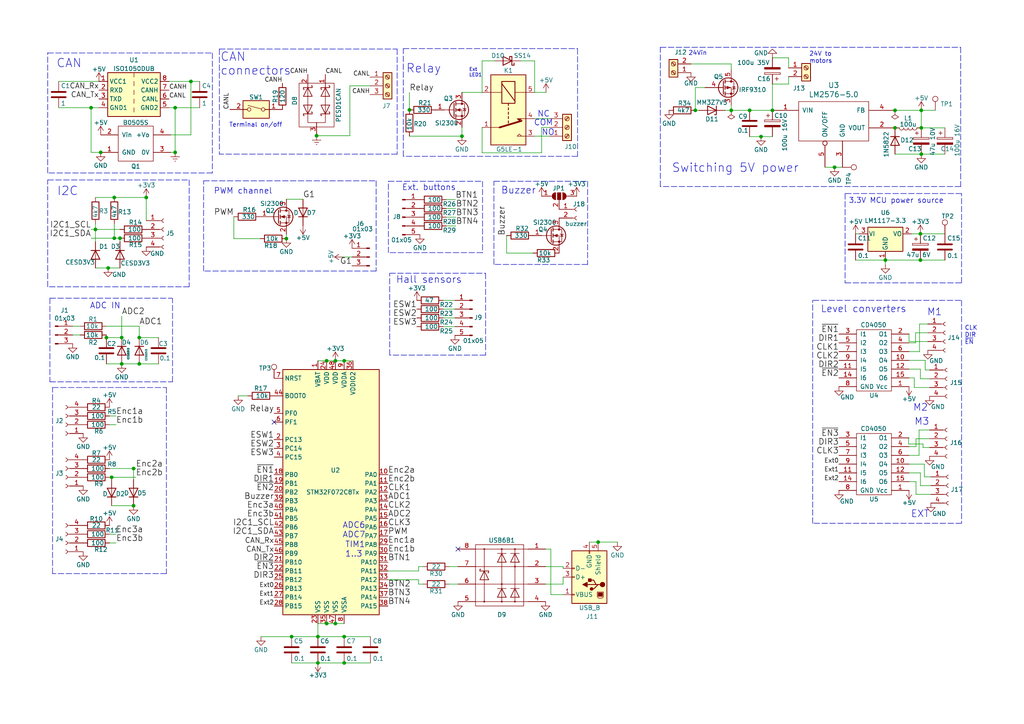
<source format=kicad_sch>
(kicad_sch (version 20231120) (generator "eeschema") (generator_version "8.0")
  (paper "A4")
  (title_block (title "STM32F0x2 based USB<>CAN converter (isolated)") (company "SAO RAS"))
  (junction (at 35.306 97.917))
  (junction (at 266.954 67.818))
  (junction (at 266.954 75.438))
  (junction (at 84.582 184.658))
  (junction (at 99.822 192.278))
  (junction (at 26.416 31.242))
  (junction (at 267.208 37.084))
  (junction (at 38.735 135.89))
  (junction (at 256.794 75.438))
  (junction (at 217.424 32.004))
  (junction (at 33.147 69.088))
  (junction (at 29.21 44.196))
  (junction (at 50.8 31.242))
  (junction (at 91.821 39.37))
  (junction (at 50.8 44.196))
  (junction (at 34.798 69.088))
  (junction (at 31.369 77.724))
  (junction (at 42.418 57.277))
  (junction (at 97.282 104.648))
  (junction (at 99.822 104.648))
  (junction (at 94.742 104.648))
  (junction (at 83.058 69.215))
  (junction (at 173.482 157.226))
  (junction (at 94.742 180.848))
  (junction (at 97.282 180.848))
  (junction (at 242.062 48.514))
  (junction (at 118.745 31.877))
  (junction (at 30.861 97.917))
  (junction (at 267.208 44.704))
  (junction (at 259.588 37.084))
  (junction (at 99.822 184.658))
  (junction (at 92.202 184.658))
  (junction (at 38.735 146.685))
  (junction (at 133.985 39.497))
  (junction (at 201.676 32.004))
  (junction (at 27.686 66.548))
  (junction (at 40.386 105.537))
  (junction (at 92.202 192.278))
  (junction (at 212.09 32.004))
  (junction (at 35.306 105.537))
  (junction (at 267.208 32.004))
  (junction (at 55.372 23.622))
  (junction (at 40.386 97.917))
  (junction (at 32.385 138.43))
  (junction (at 33.147 57.277))
  (junction (at 259.588 32.004))
  (junction (at 220.726 39.624))
  (junction (at 224.028 32.004))
  (no_connect (at 132.842 159.258))
  (no_connect (at 324.104 199.009))
  (no_connect (at 79.502 122.428))
  (no_connect (at 323.85 180.848))
  (no_connect (at 323.85 187.198))
  (no_connect (at 324.104 192.659))
  (wire (pts (xy 265.176 109.601) (xy 265.176 112.395)))
  (wire (pts (xy 224.155 32.004) (xy 224.028 32.004)))
  (wire (pts (xy 30.861 97.155) (xy 30.861 97.917)))
  (wire (pts (xy 31.75 138.43) (xy 32.385 138.43)))
  (wire (pts (xy 267.208 32.004) (xy 259.588 32.004)))
  (polyline (pts (xy 278.892 87.122) (xy 278.892 151.765)) (stroke (width 0) (type dash)))
  (wire (pts (xy 83.058 69.215) (xy 83.058 67.945)))
  (wire (pts (xy 39.37 135.89) (xy 38.735 135.89)))
  (wire (pts (xy 128.524 92.202) (xy 131.953 92.202)))
  (wire (pts (xy 157.099 44.323) (xy 139.827 44.323)))
  (wire (pts (xy 129.413 57.912) (xy 132.08 57.912)))
  (wire (pts (xy 49.53 39.116) (xy 55.372 39.116)))
  (wire (pts (xy 263.652 132.08) (xy 266.573 132.08)))
  (wire (pts (xy 266.954 140.843) (xy 270.002 140.843)))
  (wire (pts (xy 33.655 123.19) (xy 31.75 123.19)))
  (wire (pts (xy 263.652 99.441) (xy 265.557 99.441)))
  (polyline (pts (xy 140.843 79.248) (xy 140.843 102.997)) (stroke (width 0) (type dash)))
  (wire (pts (xy 92.202 184.658) (xy 99.822 184.658)))
  (wire (pts (xy 269.113 99.06) (xy 263.652 99.06)))
  (wire (pts (xy 40.386 97.917) (xy 40.386 94.615)))
  (wire (pts (xy 267.208 44.704) (xy 259.588 44.704)))
  (wire (pts (xy 267.716 128.778) (xy 263.525 128.778)))
  (wire (pts (xy 224.028 32.004) (xy 224.028 24.384)))
  (polyline (pts (xy 13.843 50.165) (xy 13.843 15.24)) (stroke (width 0) (type dash)))
  (polyline (pts (xy 170.434 52.578) (xy 170.434 76.708)) (stroke (width 0) (type dash)))
  (wire (pts (xy 101.473 24.892) (xy 101.473 39.37)))
  (polyline (pts (xy 48.26 166.37) (xy 15.24 166.37)) (stroke (width 0) (type dash)))
  (wire (pts (xy 274.066 67.818) (xy 266.954 67.818)))
  (wire (pts (xy 266.7 93.98) (xy 269.113 93.98)))
  (wire (pts (xy 264.414 67.818) (xy 266.954 67.818)))
  (wire (pts (xy 35.306 97.917) (xy 30.861 97.917)))
  (wire (pts (xy 263.652 101.981) (xy 266.7 101.981)))
  (wire (pts (xy 263.652 129.54) (xy 265.684 129.54)))
  (wire (pts (xy 242.062 48.514) (xy 239.268 48.514)))
  (wire (pts (xy 132.842 169.418) (xy 130.302 169.418)))
  (wire (pts (xy 129.413 62.992) (xy 132.207 62.992)))
  (polyline (pts (xy 59.055 52.451) (xy 109.093 52.451)) (stroke (width 0) (type dash)))
  (wire (pts (xy 17.018 31.242) (xy 26.416 31.242)))
  (polyline (pts (xy 167.513 14.097) (xy 167.513 45.339)) (stroke (width 0) (type dash)))
  (wire (pts (xy 49.022 31.242) (xy 50.8 31.242)))
  (polyline (pts (xy 109.093 52.451) (xy 109.093 78.613)) (stroke (width 0) (type dash)))
  (wire (pts (xy 33.655 154.94) (xy 31.75 154.94)))
  (wire (pts (xy 42.418 57.277) (xy 42.418 64.008)))
  (wire (pts (xy 212.09 18.542) (xy 212.09 20.32)))
  (wire (pts (xy 265.557 96.52) (xy 269.113 96.52)))
  (wire (pts (xy 97.282 104.648) (xy 99.822 104.648)))
  (wire (pts (xy 67.818 62.865) (xy 67.818 69.215)))
  (polyline (pts (xy 112.649 73.279) (xy 112.649 52.578)) (stroke (width 0) (type dash)))
  (wire (pts (xy 163.322 172.466) (xy 159.766 172.466)))
  (wire (pts (xy 121.412 169.418) (xy 121.412 168.148)))
  (wire (pts (xy 274.066 75.438) (xy 266.954 75.438)))
  (wire (pts (xy 27.686 57.277) (xy 33.147 57.277)))
  (polyline (pts (xy 235.839 87.122) (xy 278.892 87.122)) (stroke (width 0) (type dash)))
  (wire (pts (xy 97.282 180.848) (xy 99.822 180.848)))
  (wire (pts (xy 55.372 23.622) (xy 57.912 23.622)))
  (polyline (pts (xy 15.24 112.395) (xy 48.26 112.395)) (stroke (width 0) (type dash)))
  (wire (pts (xy 17.018 23.622) (xy 28.702 23.622)))
  (wire (pts (xy 92.202 184.658) (xy 92.202 180.848)))
  (wire (pts (xy 263.652 107.061) (xy 266.954 107.061)))
  (wire (pts (xy 67.818 69.215) (xy 75.438 69.215)))
  (wire (pts (xy 220.726 39.624) (xy 224.028 39.624)))
  (polyline (pts (xy 13.843 83.185) (xy 13.843 52.197)) (stroke (width 0) (type dash)))
  (wire (pts (xy 212.09 32.004) (xy 212.09 30.48)))
  (wire (pts (xy 112.522 165.608) (xy 121.412 165.608)))
  (wire (pts (xy 224.028 16.764) (xy 228.727 16.764)))
  (wire (pts (xy 266.573 132.08) (xy 266.573 124.714)))
  (wire (pts (xy 266.7 101.981) (xy 266.7 93.98)))
  (wire (pts (xy 45.974 97.917) (xy 40.386 97.917)))
  (wire (pts (xy 30.861 105.537) (xy 35.306 105.537)))
  (wire (pts (xy 265.684 139.7) (xy 265.684 143.383)))
  (wire (pts (xy 249.174 67.818) (xy 248.158 67.818)))
  (wire (pts (xy 200.406 18.542) (xy 212.09 18.542)))
  (wire (pts (xy 121.412 164.338) (xy 122.682 164.338)))
  (wire (pts (xy 244.348 48.514) (xy 242.062 48.514)))
  (wire (pts (xy 94.742 104.648) (xy 97.282 104.648)))
  (wire (pts (xy 228.727 22.225) (xy 228.727 24.384)))
  (wire (pts (xy 201.676 25.4) (xy 204.47 25.4)))
  (wire (pts (xy 129.413 65.532) (xy 132.207 65.532)))
  (wire (pts (xy 159.385 36.957) (xy 157.099 36.957)))
  (polyline (pts (xy 61.595 50.165) (xy 13.843 50.165)) (stroke (width 0) (type dash)))
  (wire (pts (xy 122.682 169.418) (xy 121.412 169.418)))
  (polyline (pts (xy 14.478 86.487) (xy 49.911 86.487)) (stroke (width 0) (type dash)))
  (polyline (pts (xy 170.434 76.708) (xy 143.256 76.708)) (stroke (width 0) (type dash)))
  (polyline (pts (xy 61.595 15.367) (xy 61.595 50.165)) (stroke (width 0) (type dash)))
  (wire (pts (xy 133.985 39.497) (xy 133.985 36.957)))
  (wire (pts (xy 157.099 36.957) (xy 157.099 44.323)))
  (wire (pts (xy 49.022 23.622) (xy 55.372 23.622)))
  (wire (pts (xy 146.939 73.406) (xy 146.939 68.326)))
  (wire (pts (xy 32.385 138.43) (xy 32.385 139.065)))
  (polyline (pts (xy 59.055 78.613) (xy 59.055 52.451)) (stroke (width 0) (type dash)))
  (wire (pts (xy 263.525 127) (xy 263.652 127)))
  (wire (pts (xy 263.652 139.7) (xy 265.684 139.7)))
  (polyline (pts (xy 139.954 73.279) (xy 112.649 73.279)) (stroke (width 0) (type dash)))
  (wire (pts (xy 163.322 164.846) (xy 163.322 164.338)))
  (polyline (pts (xy 15.24 166.37) (xy 15.24 112.395)) (stroke (width 0) (type dash)))
  (wire (pts (xy 274.066 37.084) (xy 267.208 37.084)))
  (polyline (pts (xy 191.516 13.716) (xy 278.638 13.716)) (stroke (width 0) (type dash)))
  (wire (pts (xy 263.652 137.16) (xy 266.954 137.16)))
  (wire (pts (xy 55.372 39.116) (xy 55.372 23.622)))
  (wire (pts (xy 35.306 97.917) (xy 35.306 91.694)))
  (wire (pts (xy 163.322 164.338) (xy 158.242 164.338)))
  (wire (pts (xy 173.482 157.226) (xy 179.07 157.226)))
  (polyline (pts (xy 63.627 14.224) (xy 115.189 14.224)) (stroke (width 0) (type dash)))
  (wire (pts (xy 33.147 64.897) (xy 33.147 69.088)))
  (wire (pts (xy 32.385 138.43) (xy 39.37 138.43)))
  (wire (pts (xy 27.686 66.548) (xy 34.798 66.548)))
  (polyline (pts (xy 115.189 44.704) (xy 63.627 44.704)) (stroke (width 0) (type dash)))
  (wire (pts (xy 27.686 66.548) (xy 27.686 70.104)))
  (polyline (pts (xy 139.954 52.578) (xy 139.954 73.279)) (stroke (width 0) (type dash)))
  (polyline (pts (xy 14.478 110.744) (xy 50.038 110.744)) (stroke (width 0) (type dash)))
  (wire (pts (xy 201.676 32.004) (xy 201.676 25.4)))
  (wire (pts (xy 35.306 105.537) (xy 40.386 105.537)))
  (wire (pts (xy 139.827 26.797) (xy 133.985 26.797)))
  (wire (pts (xy 154.559 73.406) (xy 146.939 73.406)))
  (wire (pts (xy 263.652 109.601) (xy 265.176 109.601)))
  (wire (pts (xy 71.882 114.808) (xy 69.088 114.808)))
  (wire (pts (xy 31.369 77.724) (xy 34.798 77.724)))
  (wire (pts (xy 131.953 87.122) (xy 128.524 87.122)))
  (wire (pts (xy 265.684 129.54) (xy 265.684 127.254)))
  (wire (pts (xy 29.21 44.196) (xy 26.416 44.196)))
  (wire (pts (xy 33.655 157.48) (xy 31.75 157.48)))
  (wire (pts (xy 92.202 180.848) (xy 94.742 180.848)))
  (wire (pts (xy 267.716 129.794) (xy 267.716 128.778)))
  (wire (pts (xy 118.745 39.497) (xy 133.985 39.497)))
  (wire (pts (xy 91.821 39.37) (xy 101.473 39.37)))
  (polyline (pts (xy 140.843 102.997) (xy 113.03 102.997)) (stroke (width 0) (type dash)))
  (wire (pts (xy 265.684 127.254) (xy 269.621 127.254)))
  (wire (pts (xy 99.822 184.658) (xy 107.442 184.658)))
  (polyline (pts (xy 54.864 52.197) (xy 54.864 83.185)) (stroke (width 0) (type dash)))
  (polyline (pts (xy 14.478 86.487) (xy 14.478 110.744)) (stroke (width 0) (type dash)))
  (polyline (pts (xy 116.967 14.097) (xy 167.513 14.097)) (stroke (width 0) (type dash)))
  (wire (pts (xy 270.002 138.303) (xy 268.097 138.303)))
  (polyline (pts (xy 13.843 15.367) (xy 61.595 15.367)) (stroke (width 0) (type dash)))
  (wire (pts (xy 21.082 94.615) (xy 23.241 94.615)))
  (wire (pts (xy 130.302 164.338) (xy 132.842 164.338)))
  (wire (pts (xy 210.312 32.004) (xy 212.09 32.004)))
  (wire (pts (xy 33.147 69.088) (xy 34.798 69.088)))
  (wire (pts (xy 163.322 169.418) (xy 163.322 167.386)))
  (wire (pts (xy 34.798 70.104) (xy 34.798 69.088)))
  (wire (pts (xy 128.524 94.742) (xy 131.953 94.742)))
  (wire (pts (xy 256.794 75.438) (xy 266.954 75.438)))
  (wire (pts (xy 33.147 69.088) (xy 26.416 69.088)))
  (wire (pts (xy 155.067 34.417) (xy 159.385 34.417)))
  (wire (pts (xy 57.912 31.242) (xy 50.8 31.242)))
  (wire (pts (xy 217.424 32.004) (xy 224.028 32.004)))
  (wire (pts (xy 107.442 192.278) (xy 99.822 192.278)))
  (polyline (pts (xy 113.03 79.248) (xy 140.843 79.248)) (stroke (width 0) (type dash)))
  (wire (pts (xy 33.147 57.277) (xy 42.418 57.277)))
  (wire (pts (xy 266.954 109.855) (xy 269.621 109.855)))
  (wire (pts (xy 228.727 24.384) (xy 224.028 24.384)))
  (polyline (pts (xy 235.712 151.765) (xy 235.712 87.122)) (stroke (width 0) (type dash)))
  (wire (pts (xy 87.884 57.785) (xy 83.058 57.785)))
  (wire (pts (xy 217.424 39.624) (xy 220.726 39.624)))
  (wire (pts (xy 143.383 17.653) (xy 139.827 17.653)))
  (wire (pts (xy 38.735 135.89) (xy 31.75 135.89)))
  (wire (pts (xy 266.573 124.714) (xy 269.621 124.714)))
  (wire (pts (xy 84.582 192.278) (xy 92.202 192.278)))
  (wire (pts (xy 267.208 37.084) (xy 267.208 32.004)))
  (wire (pts (xy 158.242 169.418) (xy 163.322 169.418)))
  (wire (pts (xy 84.582 184.658) (xy 92.202 184.658)))
  (polyline (pts (xy 50.038 110.744) (xy 50.038 86.487)) (stroke (width 0) (type dash)))
  (wire (pts (xy 32.385 146.685) (xy 38.735 146.685)))
  (polyline (pts (xy 48.26 112.395) (xy 48.26 166.37)) (stroke (width 0) (type dash)))
  (polyline (pts (xy 54.864 83.185) (xy 13.843 83.185)) (stroke (width 0) (type dash)))
  (polyline (pts (xy 278.638 54.102) (xy 191.516 54.102)) (stroke (width 0) (type dash)))
  (wire (pts (xy 263.525 128.778) (xy 263.525 127)))
  (wire (pts (xy 265.557 99.441) (xy 265.557 96.52)))
  (polyline (pts (xy 245.11 82.042) (xy 278.892 82.042)) (stroke (width 0) (type dash)))
  (polyline (pts (xy 13.843 52.197) (xy 54.864 52.197)) (stroke (width 0) (type dash)))
  (wire (pts (xy 155.067 26.797) (xy 158.369 26.797)))
  (wire (pts (xy 170.942 157.226) (xy 173.482 157.226)))
  (wire (pts (xy 268.351 107.315) (xy 269.621 107.315)))
  (wire (pts (xy 121.412 168.148) (xy 112.522 168.148)))
  (polyline (pts (xy 143.256 52.578) (xy 170.434 52.578)) (stroke (width 0) (type dash)))
  (wire (pts (xy 33.655 120.65) (xy 31.75 120.65)))
  (polyline (pts (xy 113.03 102.997) (xy 113.03 79.248)) (stroke (width 0) (type dash)))
  (wire (pts (xy 118.745 31.877) (xy 118.745 26.797)))
  (wire (pts (xy 121.412 165.608) (xy 121.412 164.338)))
  (wire (pts (xy 92.202 192.278) (xy 99.822 192.278)))
  (wire (pts (xy 50.8 31.242) (xy 50.8 44.196)))
  (wire (pts (xy 75.692 184.658) (xy 84.582 184.658)))
  (wire (pts (xy 26.416 66.548) (xy 27.686 66.548)))
  (wire (pts (xy 50.8 44.196) (xy 49.53 44.196)))
  (polyline (pts (xy 167.513 45.339) (xy 116.967 45.339)) (stroke (width 0) (type dash)))
  (polyline (pts (xy 112.649 52.578) (xy 139.954 52.578)) (stroke (width 0) (type dash)))
  (wire (pts (xy 40.386 94.615) (xy 30.861 94.615)))
  (wire (pts (xy 228.727 16.764) (xy 228.727 19.685)))
  (wire (pts (xy 263.652 99.06) (xy 263.652 96.901)))
  (wire (pts (xy 27.686 64.897) (xy 27.686 66.548)))
  (wire (pts (xy 129.413 60.452) (xy 132.207 60.452)))
  (wire (pts (xy 128.524 89.662) (xy 131.953 89.662)))
  (wire (pts (xy 212.09 32.004) (xy 217.424 32.004)))
  (wire (pts (xy 159.766 172.466) (xy 159.766 159.258)))
  (polyline (pts (xy 278.892 151.765) (xy 235.712 151.765)) (stroke (width 0) (type dash)))
  (wire (pts (xy 158.242 159.258) (xy 159.766 159.258)))
  (wire (pts (xy 21.082 97.155) (xy 23.241 97.155)))
  (wire (pts (xy 248.158 75.438) (xy 256.794 75.438)))
  (wire (pts (xy 99.822 104.648) (xy 102.362 104.648)))
  (wire (pts (xy 27.686 77.724) (xy 31.369 77.724)))
  (wire (pts (xy 268.351 104.521) (xy 268.351 107.315)))
  (wire (pts (xy 159.385 39.497) (xy 155.067 39.497)))
  (wire (pts (xy 267.208 44.704) (xy 274.066 44.704)))
  (wire (pts (xy 40.386 105.537) (xy 45.974 105.537)))
  (polyline (pts (xy 191.516 54.102) (xy 191.516 13.716)) (stroke (width 0) (type dash)))
  (wire (pts (xy 267.716 129.794) (xy 269.621 129.794)))
  (wire (pts (xy 265.176 112.395) (xy 269.621 112.395)))
  (wire (pts (xy 26.416 31.242) (xy 28.702 31.242)))
  (wire (pts (xy 92.202 104.648) (xy 94.742 104.648)))
  (wire (pts (xy 155.067 17.653) (xy 151.003 17.653)))
  (polyline (pts (xy 116.967 45.339) (xy 116.967 14.097)) (stroke (width 0) (type dash)))
  (wire (pts (xy 268.097 134.62) (xy 263.652 134.62)))
  (wire (pts (xy 139.827 44.323) (xy 139.827 36.957)))
  (wire (pts (xy 266.954 137.16) (xy 266.954 140.843)))
  (wire (pts (xy 94.742 180.848) (xy 97.282 180.848)))
  (polyline (pts (xy 109.093 78.613) (xy 59.055 78.613)) (stroke (width 0) (type dash)))
  (polyline (pts (xy 278.892 82.042) (xy 278.892 56.134)) (stroke (width 0) (type dash)))
  (polyline (pts (xy 143.256 76.708) (xy 143.256 52.578)) (stroke (width 0) (type dash)))
  (wire (pts (xy 155.067 26.797) (xy 155.067 17.653)))
  (polyline (pts (xy 63.627 14.224) (xy 63.627 44.704)) (stroke (width 0) (type dash)))
  (wire (pts (xy 202.692 32.004) (xy 201.676 32.004)))
  (polyline (pts (xy 245.11 56.134) (xy 245.11 82.042)) (stroke (width 0) (type dash)))
  (wire (pts (xy 99.568 74.549) (xy 102.108 74.549)))
  (wire (pts (xy 107.315 24.892) (xy 101.473 24.892)))
  (wire (pts (xy 266.954 107.061) (xy 266.954 109.855)))
  (wire (pts (xy 263.652 104.521) (xy 268.351 104.521)))
  (wire (pts (xy 268.097 138.303) (xy 268.097 134.62)))
  (wire (pts (xy 265.684 143.383) (xy 270.002 143.383)))
  (polyline (pts (xy 115.189 14.224) (xy 115.189 44.704)) (stroke (width 0) (type dash)))
  (wire (pts (xy 38.735 139.065) (xy 38.735 135.89)))
  (polyline (pts (xy 278.892 56.134) (xy 245.11 56.134)) (stroke (width 0) (type dash)))
  (wire (pts (xy 256.794 76.708) (xy 256.794 75.438)))
  (wire (pts (xy 139.827 17.653) (xy 139.827 26.797)))
  (polyline (pts (xy 278.638 13.716) (xy 278.638 54.102)) (stroke (width 0) (type dash)))
  (wire (pts (xy 26.416 44.196) (xy 26.416 31.242)))
  (wire (pts (xy 271.272 32.004) (xy 267.208 32.004)))
  (text "24V to\nmotors" (at 234.696 18.542 0) (effects (font (size 1.27 1.27)) (justify left bottom)))
  (text "CLK\nDIR\n~{EN}" (at 279.781 100.076 0) (effects (font (size 1.27 1.27)) (justify left bottom)))
  (text "Switching 5V power" (at 194.818 50.292 0) (effects (font (size 2.4892 2.4892)) (justify left bottom)))
  (text "PWM channel" (at 61.976 56.515 0) (effects (font (size 1.7018 1.7018)) (justify left bottom)))
  (text "Buzzer" (at 145.288 56.515 0) (effects (font (size 2.0066 2.0066)) (justify left bottom)))
  (text "NC" (at 155.829 34.163 0) (effects (font (size 1.7018 1.7018)) (justify left bottom)))
  (text "TIM1\n1..3" (at 100.076 161.798 0) (effects (font (size 1.7018 1.7018)) (justify left bottom)))
  (text "M2" (at 264.795 119.507 0) (effects (font (size 2.0066 2.0066)) (justify left bottom)))
  (text "CAN" (at 23.749 19.939 0) (effects (font (size 2.4892 2.4892)) (justify right bottom)))
  (text "3.3V MCU power source" (at 246.126 59.182 0) (effects (font (size 1.524 1.524)) (justify left bottom)))
  (text "CAN\nconnectors" (at 63.881 22.098 0) (effects (font (size 2.4892 2.4892)) (justify left bottom)))
  (text "Level converters" (at 237.998 90.932 0) (effects (font (size 2.0066 2.0066)) (justify left bottom)))
  (text "M1" (at 268.859 91.821 0) (effects (font (size 2.0066 2.0066)) (justify left bottom)))
  (text "NO" (at 157.099 39.497 0) (effects (font (size 1.7018 1.7018)) (justify left bottom)))
  (text "COM" (at 154.813 36.703 0) (effects (font (size 1.7018 1.7018)) (justify left bottom)))
  (text "Ext. buttons" (at 116.586 55.499 0) (effects (font (size 1.7018 1.7018)) (justify left bottom)))
  (text "24Vin" (at 199.644 16.256 0) (effects (font (size 1.27 1.27)) (justify left bottom)))
  (text "Ext\nLED1" (at 136.017 22.479 0) (effects (font (size 0.9906 0.9906)) (justify left bottom)))
  (text "I2C" (at 22.733 57.023 0) (effects (font (size 2.4892 2.4892)) (justify right bottom)))
  (text "ADC6\nADC7" (at 99.314 156.21 0) (effects (font (size 1.7018 1.7018)) (justify left bottom)))
  (text "ADC IN" (at 26.035 89.789 0) (effects (font (size 1.7018 1.7018)) (justify left bottom)))
  (text "Hall sensors" (at 114.808 82.423 0) (effects (font (size 2.0066 2.0066)) (justify left bottom)))
  (text "Terminal on/off" (at 66.421 37.084 0) (effects (font (size 1.27 1.27)) (justify left bottom)))
  (text "EXT" (at 264.16 150.368 0) (effects (font (size 2.0066 2.0066)) (justify left bottom)))
  (text "Relay" (at 117.729 21.463 0) (effects (font (size 2.4892 2.4892)) (justify left bottom)))
  (text "M3" (at 265.176 123.571 0) (effects (font (size 2.0066 2.0066)) (justify left bottom)))
  (label "BTN1" (at 132.08 57.912 0) (effects (font (size 1.7018 1.7018))))
  (label "CLK2" (at 243.332 104.521 180) (effects (font (size 1.7018 1.7018))))
  (label "DIR1" (at 243.332 99.441 180) (effects (font (size 1.7018 1.7018))))
  (label "DIR2" (at 79.502 163.068 180) (effects (font (size 1.7018 1.7018))))
  (label "G1" (at 102.108 77.089 180) (effects (font (size 1.7018 1.7018))))
  (label "ADC2" (at 112.522 150.368 0) (effects (font (size 1.7018 1.7018))))
  (label "BTN3" (at 112.522 173.228 0) (effects (font (size 1.7018 1.7018))))
  (label "DIR2" (at 243.332 107.061 180) (effects (font (size 1.7018 1.7018))))
  (label "DIR3" (at 243.332 129.54 180) (effects (font (size 1.7018 1.7018))))
  (label "~{EN1}" (at 79.502 137.668 180) (effects (font (size 1.7018 1.7018))))
  (label "CANL" (at 94.361 21.59 0))
  (label "CLK2" (at 112.522 147.828 0) (effects (font (size 1.7018 1.7018))))
  (label "DIR3" (at 79.502 168.148 180) (effects (font (size 1.7018 1.7018))))
  (label "~{EN3}" (at 79.502 165.608 180) (effects (font (size 1.7018 1.7018))))
  (label "CAN_Rx" (at 28.702 26.162 180) (effects (font (size 1.524 1.524))))
  (label "Enc3b" (at 33.655 157.48 0) (effects (font (size 1.7018 1.7018))))
  (label "~{EN1}" (at 243.332 96.901 180) (effects (font (size 1.7018 1.7018))))
  (label "ESW2" (at 120.904 92.202 180) (effects (font (size 1.7018 1.7018))))
  (label "BTN2" (at 112.522 170.688 0) (effects (font (size 1.7018 1.7018))))
  (label "BTN4" (at 132.207 65.532 0) (effects (font (size 1.7018 1.7018))))
  (label "CLK1" (at 112.522 142.748 0) (effects (font (size 1.7018 1.7018))))
  (label "ESW1" (at 120.904 89.662 180) (effects (font (size 1.7018 1.7018))))
  (label "CAN_Tx" (at 28.702 28.702 180) (effects (font (size 1.524 1.524))))
  (label "Relay" (at 118.745 26.797 0) (effects (font (size 1.7018 1.7018))))
  (label "CANH" (at 107.315 27.432 180))
  (label "ESW3" (at 120.904 94.742 180) (effects (font (size 1.7018 1.7018))))
  (label "CAN_Rx" (at 79.502 157.988 180) (effects (font (size 1.524 1.524))))
  (label "I2C1_SDA" (at 26.416 69.088 180) (effects (font (size 1.7018 1.7018))))
  (label "Enc1b" (at 33.655 123.19 0) (effects (font (size 1.7018 1.7018))))
  (label "ADC1" (at 40.386 94.615 0) (effects (font (size 1.7018 1.7018))))
  (label "Ext0" (at 79.502 170.688 180))
  (label "CANH" (at 89.281 21.59 180))
  (label "CLK1" (at 243.332 101.981 180) (effects (font (size 1.7018 1.7018))))
  (label "~{EN2}" (at 79.502 142.748 180) (effects (font (size 1.7018 1.7018))))
  (label "~{EN2}" (at 243.332 109.601 180) (effects (font (size 1.7018 1.7018))))
  (label "BTN2" (at 132.207 60.452 0) (effects (font (size 1.7018 1.7018))))
  (label "Enc2a" (at 39.37 135.89 0) (effects (font (size 1.7018 1.7018))))
  (label "PWM" (at 112.522 155.448 0) (effects (font (size 1.7018 1.7018))))
  (label "Enc1a" (at 112.522 157.988 0) (effects (font (size 1.7018 1.7018))))
  (label "CAN_Tx" (at 79.502 160.528 180) (effects (font (size 1.524 1.524))))
  (label "I2C1_SCL" (at 26.416 66.548 180) (effects (font (size 1.7018 1.7018))))
  (label "~{EN3}" (at 243.332 127 180) (effects (font (size 1.7018 1.7018))))
  (label "CANL" (at 66.675 31.75 90))
  (label "ESW2" (at 79.502 130.048 180) (effects (font (size 1.7018 1.7018))))
  (label "BTN3" (at 132.207 62.992 0) (effects (font (size 1.7018 1.7018))))
  (label "DIR1" (at 79.502 140.208 180) (effects (font (size 1.7018 1.7018))))
  (label "CANH" (at 81.915 24.13 180))
  (label "ESW3" (at 79.502 132.588 180) (effects (font (size 1.7018 1.7018))))
  (label "I2C1_SDA" (at 79.502 155.448 180) (effects (font (size 1.7018 1.7018))))
  (label "BTN4" (at 112.522 175.768 0) (effects (font (size 1.7018 1.7018))))
  (label "CANL" (at 49.022 28.702 0))
  (label "ADC1" (at 112.522 145.288 0) (effects (font (size 1.7018 1.7018))))
  (label "CANL" (at 107.315 22.352 180))
  (label "Relay" (at 79.502 119.888 180) (effects (font (size 1.7018 1.7018))))
  (label "Ext0" (at 243.332 134.62 180))
  (label "ESW1" (at 79.502 127.508 180) (effects (font (size 1.7018 1.7018))))
  (label "BTN1" (at 112.522 163.068 0) (effects (font (size 1.7018 1.7018))))
  (label "Enc2b" (at 39.37 138.43 0) (effects (font (size 1.7018 1.7018))))
  (label "Ext2" (at 243.332 139.7 180))
  (label "Ext1" (at 79.502 173.228 180))
  (label "Enc2a" (at 112.522 137.668 0) (effects (font (size 1.7018 1.7018))))
  (label "Buzzer" (at 146.939 68.326 90) (effects (font (size 1.7018 1.7018))))
  (label "Ext1" (at 243.332 137.16 180))
  (label "Enc1b" (at 112.522 160.528 0) (effects (font (size 1.7018 1.7018))))
  (label "Enc1a" (at 33.655 120.65 0) (effects (font (size 1.7018 1.7018))))
  (label "Enc3b" (at 79.502 150.368 180) (effects (font (size 1.7018 1.7018))))
  (label "CLK3" (at 112.522 152.908 0) (effects (font (size 1.7018 1.7018))))
  (label "Enc2b" (at 112.522 140.208 0) (effects (font (size 1.7018 1.7018))))
  (label "Buzzer" (at 79.502 145.288 180) (effects (font (size 1.7018 1.7018))))
  (label "PWM" (at 67.818 62.865 180) (effects (font (size 1.7018 1.7018))))
  (label "I2C1_SCL" (at 79.502 152.908 180) (effects (font (size 1.7018 1.7018))))
  (label "Enc3a" (at 33.655 154.94 0) (effects (font (size 1.7018 1.7018))))
  (label "G1" (at 87.884 57.785 0) (effects (font (size 1.7018 1.7018))))
  (label "ADC2" (at 35.306 91.694 0) (effects (font (size 1.7018 1.7018))))
  (label "CLK3" (at 243.332 132.08 180) (effects (font (size 1.7018 1.7018))))
  (label "Ext2" (at 79.502 175.768 180))
  (label "Enc3a" (at 79.502 147.828 180) (effects (font (size 1.7018 1.7018))))
  (label "CANH" (at 49.022 26.162 0))
  (symbol (lib_id "stm32-rescue:C") (at 84.582 188.468 0) (unit 1)
    (property "Reference" "C5" (at 85.217 185.928 0) (effects (justify left)))
    (property "Value" "0.1" (at 85.217 191.008 0) (effects (justify left)))
    (property "Footprint" "Capacitor_SMD:C_0603_1608Metric_Pad1.05x0.95mm_HandSolder" (effects (hide yes)))
  )
  (symbol (lib_id "stm32-rescue:+5V") (at 248.158 67.818 0) (unit 1)
    (property "Reference" "#PWR039" (effects (hide yes)))
    (property "Value" "+5V" (at 248.158 64.262 0))
  )
  (symbol (lib_id "power:GND") (at 256.794 76.708 0) (unit 1)
    (property "Reference" "#PWR040" (effects (hide yes)))
    (property "Value" "GND" (at 256.794 80.518 0))
  )
  (symbol (lib_id "stm32-rescue:CP") (at 266.954 71.628 0) (unit 1)
    (property "Reference" "C12" (at 267.589 69.088 0) (effects (justify left)))
    (property "Value" "47u 6V" (at 262.89 73.914 0) (effects (justify left)))
    (property "Footprint" "Capacitor_Tantalum_SMD:CP_EIA-3216-18_Kemet-A_Pad1.58x1.35mm_HandSolder" (effects (hide yes)))
  )
  (symbol (lib_id "power:+3.3V") (at 266.954 67.818 0) (unit 1)
    (property "Reference" "#PWR043" (effects (hide yes)))
    (property "Value" "+3V3" (at 266.954 64.262 0))
  )
  (symbol (lib_id "elements:PESD1CAN") (at 94.361 29.21 270) (unit 1)
    (property "Reference" "D8" (at 85.471 29.21 0))
    (property "Value" "PESD1CAN" (at 98.171 30.48 0))
    (property "Footprint" "Package_TO_SOT_SMD:SOT-23" (effects (hide yes)))
  )
  (symbol (lib_id "stm32-rescue:R") (at 81.915 27.94 180) (unit 1)
    (property "Reference" "R19" (at 79.883 27.94 90))
    (property "Value" "120" (at 81.915 27.94 90))
    (property "Footprint" "Resistor_SMD:R_1210_3225Metric_Pad1.42x2.65mm_HandSolder" (effects (hide yes)))
  )
  (symbol (lib_id "stm32-rescue:C") (at 92.202 188.468 0) (unit 1)
    (property "Reference" "C6" (at 92.837 185.928 0) (effects (justify left)))
    (property "Value" "0.1" (at 92.837 191.008 0) (effects (justify left)))
    (property "Footprint" "Capacitor_SMD:C_0603_1608Metric_Pad1.05x0.95mm_HandSolder" (effects (hide yes)))
  )
  (symbol (lib_id "stm32-rescue:C") (at 99.822 188.468 0) (unit 1)
    (property "Reference" "C7" (at 100.457 185.928 0) (effects (justify left)))
    (property "Value" "0.1" (at 100.457 191.008 0) (effects (justify left)))
    (property "Footprint" "Capacitor_SMD:C_0603_1608Metric_Pad1.05x0.95mm_HandSolder" (effects (hide yes)))
  )
  (symbol (lib_id "elements:USB6B1") (at 145.542 166.878 0) (mirror y) (unit 1)
    (property "Reference" "D9" (at 145.542 178.308 0))
    (property "Value" "USB6B1" (at 145.542 156.718 0))
    (property "Footprint" "Package_SO:SOIC-8_3.9x4.9mm_P1.27mm" (effects (hide yes)))
  )
  (symbol (lib_id "power:+3.3V") (at 92.202 192.278 180) (unit 1)
    (property "Reference" "#PWR020" (effects (hide yes)))
    (property "Value" "+3V3" (at 92.202 195.834 0))
  )
  (symbol (lib_id "power:GND") (at 75.692 184.658 0) (unit 1)
    (property "Reference" "#PWR017" (effects (hide yes)))
    (property "Value" "GND" (at 75.692 188.468 0))
  )
  (symbol (lib_id "power:GND") (at 132.842 174.498 0) (unit 1)
    (property "Reference" "#PWR026" (effects (hide yes)))
    (property "Value" "GND" (at 132.842 178.308 0))
  )
  (symbol (lib_id "stm32-rescue:C") (at 107.442 188.468 0) (unit 1)
    (property "Reference" "C8" (at 108.077 185.928 0) (effects (justify left)))
    (property "Value" "0.1" (at 108.077 191.008 0) (effects (justify left)))
    (property "Footprint" "Capacitor_SMD:C_0603_1608Metric_Pad1.05x0.95mm_HandSolder" (effects (hide yes)))
  )
  (symbol (lib_id "stm32-rescue:PWR_FLAG") (at 259.588 32.004 180) (unit 1)
    (property "Reference" "#FLG02" (effects (hide yes)))
    (property "Value" "PWR_FLAG" (effects (hide yes)))
  )
  (symbol (lib_id "power:GND") (at 158.242 174.498 0) (unit 1)
    (property "Reference" "#PWR028" (effects (hide yes)))
    (property "Value" "GND" (at 158.242 178.308 0))
  )
  (symbol (lib_id "stm32-rescue:CONN_01X01") (at 328.93 180.848 0) (unit 1)
    (property "Reference" "P1" (at 328.93 178.308 0))
    (property "Value" "Hole" (at 331.47 180.848 90))
    (property "Footprint" "my_footprints:Hole_3mm" (effects (hide yes)))
  )
  (symbol (lib_id "stm32-rescue:CONN_01X01") (at 328.93 187.198 0) (unit 1)
    (property "Reference" "P2" (at 328.93 184.658 0))
    (property "Value" "Hole" (at 331.47 187.198 90))
    (property "Footprint" "my_footprints:Hole_3mm" (effects (hide yes)))
  )
  (symbol (lib_id "stm32-rescue:R") (at 126.492 164.338 270) (unit 1)
    (property "Reference" "R30" (at 126.492 166.37 90))
    (property "Value" "22" (at 126.492 164.338 90))
    (property "Footprint" "Resistor_SMD:R_0603_1608Metric_Pad1.05x0.95mm_HandSolder" (effects (hide yes)))
  )
  (symbol (lib_id "stm32-rescue:R") (at 126.492 169.418 270) (unit 1)
    (property "Reference" "R31" (at 126.492 171.45 90))
    (property "Value" "22" (at 126.492 169.418 90))
    (property "Footprint" "Resistor_SMD:R_0603_1608Metric_Pad1.05x0.95mm_HandSolder" (effects (hide yes)))
  )
  (symbol (lib_id "elements:B0505S") (at 39.37 41.656 0) (unit 1)
    (property "Reference" "Q1" (at 39.37 48.26 0))
    (property "Value" "B0505S" (at 39.37 35.56 0))
    (property "Footprint" "my_footprints:B0x0xS" (effects (hide yes)))
  )
  (symbol (lib_id "Connector:USB_B") (at 170.942 167.386 180) (unit 1)
    (property "Reference" "J11" (at 169.926 178.816 0) (effects (justify right)))
    (property "Value" "USB_B" (at 167.894 176.276 0) (effects (justify right)))
    (property "Footprint" "Connector_USB:USB_B_OST_USB-B1HSxx_Horizontal" (effects (hide yes)))
    (property "Datasheet" " ~" (effects (hide yes)))
  )
  (symbol (lib_id "power:GND") (at 179.07 157.226 0) (unit 1)
    (property "Reference" "#PWR031" (effects (hide yes)))
    (property "Value" "GND" (at 179.07 161.036 0))
  )
  (symbol (lib_id "MCU_ST_STM32F0:STM32F072C8Tx") (at 97.282 142.748 0) (unit 1)
    (property "Reference" "U2" (at 97.282 136.398 0))
    (property "Value" "STM32F072C8Tx" (at 96.52 142.748 0))
    (property "Footprint" "Package_QFP:LQFP-48_7x7mm_P0.5mm" (effects (hide yes)))
    (property "Datasheet" "http://www.st.com/st-web-ui/static/active/en/resource/technical/document/datasheet/DM00090510.pdf" (effects (hide yes)))
  )
  (symbol (lib_id "power:+3.3V") (at 97.282 104.648 0) (unit 1)
    (property "Reference" "#PWR021" (effects (hide yes)))
    (property "Value" "+3V3" (at 97.282 101.092 0))
  )
  (symbol (lib_id "Connector:Screw_Terminal_01x03") (at 112.395 24.892 0) (unit 1)
    (property "Reference" "J7" (at 110.871 30.734 0) (effects (justify left)))
    (property "Value" "Screw_Terminal_01x03" (effects (hide yes)))
    (property "Footprint" "TerminalBlock_Phoenix:TerminalBlock_Phoenix_MKDS-1,5-3_1x03_P5.00mm_Horizontal" (effects (hide yes)))
  )
  (symbol (lib_id "stm32-rescue:C") (at 274.066 71.628 0) (unit 1)
    (property "Reference" "C15" (at 274.701 69.088 0) (effects (justify left)))
    (property "Value" "0.1" (at 274.701 74.168 0) (effects (justify left)))
    (property "Footprint" "Capacitor_SMD:C_0603_1608Metric_Pad1.05x0.95mm_HandSolder" (effects (hide yes)))
  )
  (symbol (lib_id "Switch:SW_DIP_x01") (at 74.295 31.75 0) (mirror y) (unit 1)
    (property "Reference" "SW1" (at 74.295 28.194 0))
    (property "Value" "SW_DIP_x01" (effects (hide yes)))
    (property "Footprint" "Button_Switch_THT:SW_DIP_SPSTx01_Slide_6.7x4.1mm_W7.62mm_P2.54mm_LowProfile" (effects (hide yes)))
  )
  (symbol (lib_id "stm32-rescue:+5V") (at 29.21 39.116 0) (unit 1)
    (property "Reference" "#PWR06" (effects (hide yes)))
    (property "Value" "+5V" (at 29.21 35.56 0))
  )
  (symbol (lib_id "stm32-rescue:+5V") (at 28.702 23.622 0) (unit 1)
    (property "Reference" "#PWR05" (effects (hide yes)))
    (property "Value" "+5V" (at 28.702 20.066 0))
  )
  (symbol (lib_id "stm32-rescue:+5V") (at 267.208 32.004 0) (unit 1)
    (property "Reference" "#PWR044" (effects (hide yes)))
    (property "Value" "+5V" (at 267.208 28.448 0))
  )
  (symbol (lib_id "Regulator_Linear:LM1117-3.3") (at 256.794 67.818 0) (unit 1)
    (property "Reference" "U6" (at 256.794 61.6712 0))
    (property "Value" "LM1117-3.3" (at 256.794 63.9826 0))
    (property "Footprint" "Package_TO_SOT_SMD:SOT-223-3_TabPin2" (effects (hide yes)))
    (property "Datasheet" "http://www.ti.com/lit/ds/symlink/lm1117.pdf" (effects (hide yes)))
  )
  (symbol (lib_id "stm32-rescue:C") (at 248.158 71.628 0) (unit 1)
    (property "Reference" "C11" (at 248.793 69.088 0) (effects (justify left)))
    (property "Value" "0.1" (at 248.793 74.168 0) (effects (justify left)))
    (property "Footprint" "Capacitor_SMD:C_0603_1608Metric_Pad1.05x0.95mm_HandSolder" (effects (hide yes)))
  )
  (symbol (lib_id "stm32-rescue:C") (at 57.912 27.432 0) (unit 1)
    (property "Reference" "C4" (at 58.547 24.892 0) (effects (justify left)))
    (property "Value" "1" (at 58.547 29.972 0) (effects (justify left)))
    (property "Footprint" "Capacitor_SMD:C_0805_2012Metric_Pad1.15x1.40mm_HandSolder" (effects (hide yes)))
  )
  (symbol (lib_id "stm32-rescue:C") (at 17.018 27.432 0) (unit 1)
    (property "Reference" "C1" (at 17.653 24.892 0) (effects (justify left)))
    (property "Value" "1" (at 17.653 29.972 0) (effects (justify left)))
    (property "Footprint" "Capacitor_SMD:C_0805_2012Metric_Pad1.15x1.40mm_HandSolder" (effects (hide yes)))
  )
  (symbol (lib_id "power:Earth") (at 91.821 39.37 0) (unit 1)
    (property "Reference" "#PWR019" (effects (hide yes)))
    (property "Value" "Earth" (effects (hide yes)))
  )
  (symbol (lib_id "power:Earth") (at 50.8 44.196 0) (unit 1)
    (property "Reference" "#PWR015" (effects (hide yes)))
    (property "Value" "Earth" (effects (hide yes)))
  )
  (symbol (lib_id "power:GND") (at 29.21 44.196 0) (unit 1)
    (property "Reference" "#PWR07" (effects (hide yes)))
    (property "Value" "GND" (at 29.21 48.006 0))
  )
  (symbol (lib_id "Connector:Screw_Terminal_01x02") (at 195.326 21.082 180) (unit 1)
    (property "Reference" "J12" (at 197.4088 15.1638 0))
    (property "Value" "Screw_Terminal_01x02" (effects (hide yes)))
    (property "Footprint" "TerminalBlock_Phoenix:TerminalBlock_Phoenix_MKDS-1,5-2_1x02_P5.00mm_Horizontal" (effects (hide yes)))
  )
  (symbol (lib_id "Device:D_Zener") (at 206.502 32.004 180) (unit 1)
    (property "Reference" "D11" (at 206.502 34.544 0))
    (property "Value" "MM3Z7V5" (at 206.502 29.718 0))
    (property "Footprint" "Diode_SMD:D_0805_2012Metric_Pad1.15x1.40mm_HandSolder" (effects (hide yes)))
  )
  (symbol (lib_id "Device:R") (at 197.866 32.004 270) (unit 1)
    (property "Reference" "R34" (at 196.596 29.972 90) (effects (justify left)))
    (property "Value" "4k7" (at 196.342 32.004 90) (effects (justify left)))
    (property "Footprint" "Resistor_SMD:R_0603_1608Metric_Pad1.05x0.95mm_HandSolder" (effects (hide yes)))
  )
  (symbol (lib_id "power:GND") (at 194.056 32.004 0) (unit 1)
    (property "Reference" "#PWR032" (effects (hide yes)))
    (property "Value" "GND" (at 194.056 35.814 0))
  )
  (symbol (lib_id "Device:C_Polarized") (at 224.028 35.814 0) (unit 1)
    (property "Reference" "C10" (at 224.536 33.528 0) (effects (justify left)))
    (property "Value" "100u 16V" (at 227.584 43.942 90) (effects (justify left)))
    (property "Footprint" "Capacitor_THT:CP_Radial_D8.0mm_P3.50mm" (effects (hide yes)))
  )
  (symbol (lib_id "Device:C") (at 217.424 35.814 0) (unit 1)
    (property "Reference" "C9" (at 214.122 33.782 0) (effects (justify left)))
    (property "Value" "0.1" (at 213.868 37.846 0) (effects (justify left)))
    (property "Footprint" "Capacitor_SMD:C_0603_1608Metric_Pad1.05x0.95mm_HandSolder" (effects (hide yes)))
  )
  (symbol (lib_id "Device:C_Polarized") (at 267.208 40.894 0) (unit 1)
    (property "Reference" "C13" (at 263.398 43.18 0) (effects (justify left)))
    (property "Value" "47u 10V" (at 270.51 45.212 90) (effects (justify left)))
    (property "Footprint" "Capacitor_Tantalum_SMD:CP_EIA-6032-28_Kemet-C_Pad2.25x2.35mm_HandSolder" (effects (hide yes)))
  )
  (symbol (lib_id "vreg:LM2576") (at 241.808 34.544 0) (unit 1)
    (property "Reference" "U3" (at 241.808 24.7142 0) (effects (font (size 1.524 1.524))))
    (property "Value" "LM2576-5.0" (at 241.808 27.4066 0) (effects (font (size 1.524 1.524))))
    (property "Footprint" "Package_TO_SOT_THT:TO-220-5_P3.4x3.7mm_StaggerEven_Lead3.8mm_Vertical" (effects (hide yes)))
    (property "Manufacturer" "Texas Instruments" (effects (hide yes)))
  )
  (symbol (lib_id "Device:D") (at 259.588 40.894 270) (unit 1)
    (property "Reference" "D12" (at 261.112 40.64 90) (effects (justify left)))
    (property "Value" "1N5822" (at 257.048 38.1 0) (effects (justify left)))
    (property "Footprint" "Diode_THT:D_DO-201_P3.81mm_Vertical_AnodeUp" (effects (hide yes)))
  )
  (symbol (lib_id "Device:L") (at 263.398 37.084 270) (unit 1)
    (property "Reference" "L1" (at 263.398 34.29 90))
    (property "Value" "100u" (at 263.398 36.068 90))
    (property "Footprint" "Inductor_THT:L_Toroid_Horizontal_D6.5mm_P10.00mm_Diameter7-5mm_Amidon-T25" (effects (hide yes)))
  )
  (symbol (lib_id "power:GND") (at 242.062 48.514 0) (unit 1)
    (property "Reference" "#PWR036" (effects (hide yes)))
    (property "Value" "GND" (at 242.062 52.324 0))
  )
  (symbol (lib_id "power:GND") (at 267.208 44.704 0) (unit 1)
    (property "Reference" "#PWR045" (effects (hide yes)))
    (property "Value" "GND" (at 267.208 48.514 0))
  )
  (symbol (lib_id "power:GND") (at 220.726 39.624 0) (unit 1)
    (property "Reference" "#PWR034" (effects (hide yes)))
    (property "Value" "GND" (at 220.726 43.434 0))
  )
  (symbol (lib_id "Device:R") (at 75.692 114.808 270) (unit 1)
    (property "Reference" "R17" (at 73.66 112.649 90) (effects (justify left)))
    (property "Value" "10k" (at 74.168 114.808 90) (effects (justify left)))
    (property "Footprint" "Resistor_SMD:R_0603_1608Metric_Pad1.05x0.95mm_HandSolder" (effects (hide yes)))
  )
  (symbol (lib_id "Device:Q_NMOS_GSD") (at 131.445 31.877 0) (unit 1)
    (property "Reference" "Q3" (at 128.651 28.575 0) (effects (justify left)))
    (property "Value" "SI2300" (at 126.111 35.687 0) (effects (justify left)))
    (property "Footprint" "Package_TO_SOT_SMD:SOT-23_Handsoldering" (effects (hide yes)))
  )
  (symbol (lib_id "Device:R") (at 118.745 35.687 180) (unit 1)
    (property "Reference" "R20" (at 123.825 35.941 0) (effects (justify left)))
    (property "Value" "10k" (at 118.745 34.163 90) (effects (justify left)))
    (property "Footprint" "Resistor_SMD:R_0603_1608Metric_Pad1.05x0.95mm_HandSolder" (effects (hide yes)))
  )
  (symbol (lib_id "Device:R") (at 122.555 31.877 270) (unit 1)
    (property "Reference" "R21" (at 121.285 29.845 90) (effects (justify left)))
    (property "Value" "330" (at 121.031 31.877 90) (effects (justify left)))
    (property "Footprint" "Resistor_SMD:R_0603_1608Metric_Pad1.05x0.95mm_HandSolder" (effects (hide yes)))
  )
  (symbol (lib_id "power:GND") (at 133.985 39.497 0) (unit 1)
    (property "Reference" "#PWR027" (effects (hide yes)))
    (property "Value" "GND" (at 133.985 43.307 0))
  )
  (symbol (lib_id "Relay:G5LE-1") (at 147.447 31.877 270) (unit 1)
    (property "Reference" "K1" (at 147.447 20.447 90))
    (property "Value" "G5LE-1" (at 147.701 43.307 90))
    (property "Footprint" "Relay_THT:Relay_SPDT_Omron-G5LE-1" (effects (hide yes)))
    (property "Datasheet" "http://www.omron.com/ecb/products/pdf/en-g5le.pdf" (effects (hide yes)))
  )
  (symbol (lib_id "Connector:Screw_Terminal_01x03") (at 164.465 36.957 0) (mirror x) (unit 1)
    (property "Reference" "J10" (at 163.703 42.545 0) (effects (justify left)))
    (property "Value" "Screw_Terminal_01x03" (effects (hide yes)))
    (property "Footprint" "TerminalBlock_Phoenix:TerminalBlock_Phoenix_MKDS-1,5-3_1x03_P5.00mm_Horizontal" (effects (hide yes)))
  )
  (symbol (lib_id "Device:D_Schottky") (at 147.193 17.653 180) (unit 1)
    (property "Reference" "D10" (at 144.399 16.129 0))
    (property "Value" "SS14" (at 151.511 16.129 0))
    (property "Footprint" "Diode_SMD:D_SMA-SMB_Universal_Handsoldering" (effects (hide yes)))
  )
  (symbol (lib_id "stm32-rescue:+5V") (at 158.369 26.797 0) (unit 1)
    (property "Reference" "#PWR029" (effects (hide yes)))
    (property "Value" "+5V" (at 158.369 23.241 0))
  )
  (symbol (lib_id "elements:IRF9310") (at 209.55 25.4 0) (unit 1)
    (property "Reference" "Q5" (at 207.01 22.225 0) (effects (justify left)))
    (property "Value" "IRF9310" (at 214.249 26.035 0) (effects (justify left)))
    (property "Footprint" "Package_SO:SO-8_3.9x4.9mm_P1.27mm" (effects (hide yes)))
  )
  (symbol (lib_id "power:GND") (at 69.088 114.808 0) (unit 1)
    (property "Reference" "#PWR016" (effects (hide yes)))
    (property "Value" "GND" (at 69.088 118.618 0))
  )
  (symbol (lib_id "Connector:Screw_Terminal_01x02") (at 233.807 19.685 0) (unit 1)
    (property "Reference" "J13" (at 231.7242 25.6032 0))
    (property "Value" "Screw_Terminal_01x02" (effects (hide yes)))
    (property "Footprint" "TerminalBlock_Phoenix:TerminalBlock_Phoenix_MKDS-1,5-2_1x02_P5.00mm_Horizontal" (effects (hide yes)))
  )
  (symbol (lib_id "power:GND") (at 224.028 16.764 180) (unit 1)
    (property "Reference" "#PWR035" (effects (hide yes)))
    (property "Value" "GND" (at 220.726 15.367 0))
  )
  (symbol (lib_id "Device:R") (at 125.603 57.912 270) (unit 1)
    (property "Reference" "R26" (at 128.397 59.182 90) (effects (justify left)))
    (property "Value" "100" (at 124.079 57.912 90) (effects (justify left)))
    (property "Footprint" "Resistor_SMD:R_0603_1608Metric_Pad1.05x0.95mm_HandSolder" (effects (hide yes)))
  )
  (symbol (lib_id "Device:R") (at 125.603 60.452 270) (unit 1)
    (property "Reference" "R27" (at 128.397 61.722 90) (effects (justify left)))
    (property "Value" "100" (at 124.079 60.452 90) (effects (justify left)))
    (property "Footprint" "Resistor_SMD:R_0603_1608Metric_Pad1.05x0.95mm_HandSolder" (effects (hide yes)))
  )
  (symbol (lib_id "Device:R") (at 125.603 62.992 270) (unit 1)
    (property "Reference" "R28" (at 128.397 64.262 90) (effects (justify left)))
    (property "Value" "100" (at 124.079 62.992 90) (effects (justify left)))
    (property "Footprint" "Resistor_SMD:R_0603_1608Metric_Pad1.05x0.95mm_HandSolder" (effects (hide yes)))
  )
  (symbol (lib_id "Device:R") (at 125.603 65.532 270) (unit 1)
    (property "Reference" "R29" (at 128.397 66.802 90) (effects (justify left)))
    (property "Value" "100" (at 124.079 65.532 90) (effects (justify left)))
    (property "Footprint" "Resistor_SMD:R_0603_1608Metric_Pad1.05x0.95mm_HandSolder" (effects (hide yes)))
  )
  (symbol (lib_id "elements:CD4050") (at 253.492 104.521 0) (unit 1)
    (property "Reference" "U4" (at 253.492 114.681 0))
    (property "Value" "CD4050" (at 253.365 94.234 0))
    (property "Footprint" "Package_SO:SOIC-16_3.9x9.9mm_P1.27mm" (effects (hide yes)))
  )
  (symbol (lib_id "stm32-rescue:+5V") (at 263.652 112.141 180) (unit 1)
    (property "Reference" "#PWR041" (effects (hide yes)))
    (property "Value" "+5V" (at 263.652 115.697 0))
  )
  (symbol (lib_id "power:GND") (at 243.332 112.141 0) (unit 1)
    (property "Reference" "#PWR037" (effects (hide yes)))
    (property "Value" "GND" (at 245.745 115.189 0))
  )
  (symbol (lib_id "elements:CD4050") (at 253.492 134.62 0) (unit 1)
    (property "Reference" "U5" (at 253.492 144.78 0))
    (property "Value" "CD4050" (at 253.365 124.333 0))
    (property "Footprint" "Package_SO:SOIC-16_3.9x9.9mm_P1.27mm" (effects (hide yes)))
  )
  (symbol (lib_id "stm32-rescue:+5V") (at 263.652 142.24 180) (unit 1)
    (property "Reference" "#PWR042" (effects (hide yes)))
    (property "Value" "+5V" (at 263.652 145.796 0))
  )
  (symbol (lib_id "power:GND") (at 243.332 142.24 0) (unit 1)
    (property "Reference" "#PWR038" (effects (hide yes)))
    (property "Value" "GND" (at 245.618 145.415 0))
  )
  (symbol (lib_id "power:GND") (at 269.113 101.6 0) (unit 1)
    (property "Reference" "#PWR046" (effects (hide yes)))
    (property "Value" "GND" (at 271.526 104.648 0))
  )
  (symbol (lib_id "Connector:Conn_01x04_Female") (at 274.193 96.52 0) (unit 1)
    (property "Reference" "J14" (at 274.828 97.917 0) (effects (justify left)))
    (property "Value" "Conn_01x04_Female" (effects (hide yes)))
    (property "Footprint" "Connector_JST:JST_PH_B4B-PH-K_1x04_P2.00mm_Vertical" (effects (hide yes)))
  )
  (symbol (lib_id "power:GND") (at 269.621 114.935 0) (unit 1)
    (property "Reference" "#PWR047" (effects (hide yes)))
    (property "Value" "GND" (at 272.034 117.983 0))
  )
  (symbol (lib_id "Connector:Conn_01x04_Female") (at 274.701 109.855 0) (unit 1)
    (property "Reference" "J15" (at 275.463 110.998 0) (effects (justify left)))
    (property "Value" "Conn_01x04_Female" (effects (hide yes)))
    (property "Footprint" "Connector_JST:JST_PH_B4B-PH-K_1x04_P2.00mm_Vertical" (effects (hide yes)))
  )
  (symbol (lib_id "power:GND") (at 269.621 132.334 0) (unit 1)
    (property "Reference" "#PWR048" (effects (hide yes)))
    (property "Value" "GND" (at 272.034 135.382 0))
  )
  (symbol (lib_id "Connector:Conn_01x04_Female") (at 274.701 127.254 0) (unit 1)
    (property "Reference" "J16" (at 275.463 128.397 0) (effects (justify left)))
    (property "Value" "Conn_01x04_Female" (effects (hide yes)))
    (property "Footprint" "Connector_JST:JST_PH_B4B-PH-K_1x04_P2.00mm_Vertical" (effects (hide yes)))
  )
  (symbol (lib_id "power:GND") (at 270.002 145.923 0) (unit 1)
    (property "Reference" "#PWR049" (effects (hide yes)))
    (property "Value" "GND" (at 272.415 148.971 0))
  )
  (symbol (lib_id "Connector:Conn_01x04_Female") (at 275.082 140.843 0) (unit 1)
    (property "Reference" "J17" (at 275.717 141.986 0) (effects (justify left)))
    (property "Value" "Conn_01x04_Female" (effects (hide yes)))
    (property "Footprint" "Connector_JST:JST_PH_B4B-PH-K_1x04_P2.00mm_Vertical" (effects (hide yes)))
  )
  (symbol (lib_id "Device:Q_NMOS_GSD") (at 159.639 68.326 0) (unit 1)
    (property "Reference" "Q4" (at 156.083 66.548 0) (effects (justify left)))
    (property "Value" "SI2300" (at 154.559 64.516 0) (effects (justify left)))
    (property "Footprint" "Package_TO_SOT_SMD:SOT-23_Handsoldering" (effects (hide yes)))
  )
  (symbol (lib_id "Device:R") (at 150.749 68.326 270) (unit 1)
    (property "Reference" "R32" (at 149.479 66.294 90) (effects (justify left)))
    (property "Value" "330" (at 149.225 68.326 90) (effects (justify left)))
    (property "Footprint" "Resistor_SMD:R_0603_1608Metric_Pad1.05x0.95mm_HandSolder" (effects (hide yes)))
  )
  (symbol (lib_id "Device:R") (at 158.369 73.406 90) (unit 1)
    (property "Reference" "R33" (at 159.639 75.438 90) (effects (justify left)))
    (property "Value" "10k" (at 159.893 73.406 90) (effects (justify left)))
    (property "Footprint" "Resistor_SMD:R_0603_1608Metric_Pad1.05x0.95mm_HandSolder" (effects (hide yes)))
  )
  (symbol (lib_id "power:GND") (at 35.306 105.537 0) (unit 1)
    (property "Reference" "#PWR0103" (effects (hide yes)))
    (property "Value" "GND" (at 35.306 109.347 0))
  )
  (symbol (lib_id "Device:R") (at 124.714 89.662 270) (unit 1)
    (property "Reference" "R23" (at 127.508 90.932 90) (effects (justify left)))
    (property "Value" "100" (at 123.19 89.662 90) (effects (justify left)))
    (property "Footprint" "Resistor_SMD:R_0603_1608Metric_Pad1.05x0.95mm_HandSolder" (effects (hide yes)))
  )
  (symbol (lib_id "Device:R") (at 124.714 92.202 270) (unit 1)
    (property "Reference" "R24" (at 127.508 93.472 90) (effects (justify left)))
    (property "Value" "100" (at 123.19 92.202 90) (effects (justify left)))
    (property "Footprint" "Resistor_SMD:R_0603_1608Metric_Pad1.05x0.95mm_HandSolder" (effects (hide yes)))
  )
  (symbol (lib_id "Device:R") (at 124.714 94.742 270) (unit 1)
    (property "Reference" "R25" (at 127.508 96.012 90) (effects (justify left)))
    (property "Value" "100" (at 123.19 94.742 90) (effects (justify left)))
    (property "Footprint" "Resistor_SMD:R_0603_1608Metric_Pad1.05x0.95mm_HandSolder" (effects (hide yes)))
  )
  (symbol (lib_id "Connector:Conn_01x05_Male") (at 137.033 92.202 0) (mirror y) (unit 1)
    (property "Reference" "J9" (at 138.684 92.075 0))
    (property "Value" "01x05" (at 137.287 98.806 0))
    (property "Footprint" "Connector_JST:JST_PH_B5B-PH-K_1x05_P2.00mm_Vertical" (effects (hide yes)))
  )
  (symbol (lib_id "Device:R") (at 124.714 87.122 270) (unit 1)
    (property "Reference" "R22" (at 127.508 88.392 90) (effects (justify left)))
    (property "Value" "47" (at 123.19 87.122 90) (effects (justify left)))
    (property "Footprint" "Resistor_SMD:R_0603_1608Metric_Pad1.05x0.95mm_HandSolder" (effects (hide yes)))
  )
  (symbol (lib_id "Device:D") (at 34.798 73.914 270) (unit 1)
    (property "Reference" "D3" (at 32.131 71.501 90) (effects (justify left)))
    (property "Value" "CESD3V3" (at 34.925 76.327 90) (effects (justify left)))
    (property "Footprint" "Diode_SMD:D_0805_2012Metric_Pad1.15x1.40mm_HandSolder" (effects (hide yes)))
  )
  (symbol (lib_id "Device:D") (at 35.306 101.727 270) (unit 1)
    (property "Reference" "D4" (at 35.306 99.314 90) (effects (justify left)))
    (property "Value" "CESD3V3" (at 37.211 100.838 0) (effects (font (size 0.508 0.508)) (justify left)))
    (property "Footprint" "Diode_SMD:D_0805_2012Metric_Pad1.15x1.40mm_HandSolder" (effects (hide yes)))
  )
  (symbol (lib_id "Device:R") (at 38.608 66.548 270) (unit 1)
    (property "Reference" "R14" (at 37.338 64.516 90) (effects (justify left)))
    (property "Value" "100" (at 37.084 66.548 90) (effects (justify left)))
    (property "Footprint" "Resistor_SMD:R_0603_1608Metric_Pad1.05x0.95mm_HandSolder" (effects (hide yes)))
  )
  (symbol (lib_id "Device:R") (at 38.608 69.088 270) (unit 1)
    (property "Reference" "R15" (at 37.338 70.993 90) (effects (justify left)))
    (property "Value" "100" (at 37.084 69.088 90) (effects (justify left)))
    (property "Footprint" "Resistor_SMD:R_0603_1608Metric_Pad1.05x0.95mm_HandSolder" (effects (hide yes)))
  )
  (symbol (lib_id "Device:R") (at 27.686 61.087 180) (unit 1)
    (property "Reference" "R3" (at 31.369 61.214 0) (effects (justify left)))
    (property "Value" "4k7" (at 27.686 59.563 90) (effects (justify left)))
    (property "Footprint" "Resistor_SMD:R_0603_1608Metric_Pad1.05x0.95mm_HandSolder" (effects (hide yes)))
  )
  (symbol (lib_id "Device:D") (at 27.686 73.914 270) (unit 1)
    (property "Reference" "D1" (at 28.702 71.501 90) (effects (justify left)))
    (property "Value" "CESD3V3" (at 18.923 76.073 90) (effects (justify left)))
    (property "Footprint" "Diode_SMD:D_0805_2012Metric_Pad1.15x1.40mm_HandSolder" (effects (hide yes)))
  )
  (symbol (lib_id "power:+3.3V") (at 42.418 57.277 0) (unit 1)
    (property "Reference" "#PWR013" (effects (hide yes)))
    (property "Value" "+3V3" (at 42.418 53.721 0))
  )
  (symbol (lib_id "power:GND") (at 131.953 97.282 0) (unit 1)
    (property "Reference" "#PWR025" (effects (hide yes)))
    (property "Value" "GND" (at 131.953 101.092 0))
  )
  (symbol (lib_id "power:+3.3V") (at 120.904 87.122 0) (unit 1)
    (property "Reference" "#PWR023" (effects (hide yes)))
    (property "Value" "+3V3" (at 120.904 83.566 0))
  )
  (symbol (lib_id "Device:R") (at 27.94 138.43 270) (unit 1)
    (property "Reference" "R9" (at 27.305 140.335 90) (effects (justify left)))
    (property "Value" "100" (at 26.416 138.43 90) (effects (justify left)))
    (property "Footprint" "Resistor_SMD:R_0603_1608Metric_Pad1.05x0.95mm_HandSolder" (effects (hide yes)))
  )
  (symbol (lib_id "Device:D") (at 32.385 142.875 90) (unit 1)
    (property "Reference" "D2" (at 34.925 143.256 90))
    (property "Value" "D" (at 30.48 143.256 90))
    (property "Footprint" "Diode_SMD:D_0805_2012Metric_Pad1.15x1.40mm_HandSolder" (effects (hide yes)))
  )
  (symbol (lib_id "Device:D") (at 38.735 142.875 90) (unit 1)
    (property "Reference" "D5" (at 41.148 143.002 90))
    (property "Value" "D" (at 36.703 143.002 90))
    (property "Footprint" "Diode_SMD:D_0805_2012Metric_Pad1.15x1.40mm_HandSolder" (effects (hide yes)))
  )
  (symbol (lib_id "Device:R") (at 27.94 135.89 270) (unit 1)
    (property "Reference" "R8" (at 31.115 134.62 90) (effects (justify left)))
    (property "Value" "100" (at 26.416 135.89 90) (effects (justify left)))
    (property "Footprint" "Resistor_SMD:R_0603_1608Metric_Pad1.05x0.95mm_HandSolder" (effects (hide yes)))
  )
  (symbol (lib_id "stm32-rescue:R") (at 27.94 133.35 270) (unit 1)
    (property "Reference" "R7" (at 27.94 131.445 90))
    (property "Value" "22" (at 27.94 133.35 90))
    (property "Footprint" "Resistor_SMD:R_0603_1608Metric_Pad1.05x0.95mm_HandSolder" (effects (hide yes)))
  )
  (symbol (lib_id "stm32-rescue:PWR_FLAG") (at 212.09 32.004 180) (unit 1)
    (property "Reference" "#FLG01" (effects (hide yes)))
    (property "Value" "PWR_FLAG" (effects (hide yes)))
  )
  (symbol (lib_id "power:GND") (at 31.369 77.724 0) (unit 1)
    (property "Reference" "#PWR08" (effects (hide yes)))
    (property "Value" "GND" (at 34.544 79.629 0))
  )
  (symbol (lib_id "Device:R") (at 33.147 61.087 180) (unit 1)
    (property "Reference" "R13" (at 38.1 61.468 0) (effects (justify left)))
    (property "Value" "4k7" (at 33.147 59.563 90) (effects (justify left)))
    (property "Footprint" "Resistor_SMD:R_0603_1608Metric_Pad1.05x0.95mm_HandSolder" (effects (hide yes)))
  )
  (symbol (lib_id "Connector:Conn_01x05_Male") (at 116.713 62.992 0) (unit 1)
    (property "Reference" "J8" (at 115.062 62.865 0))
    (property "Value" "01x05" (at 116.459 69.596 0))
    (property "Footprint" "Connector_JST:JST_PH_B5B-PH-K_1x05_P2.00mm_Vertical" (effects (hide yes)))
  )
  (symbol (lib_id "power:GND") (at 121.793 68.072 0) (unit 1)
    (property "Reference" "#PWR024" (effects (hide yes)))
    (property "Value" "GND" (at 121.793 71.882 0))
  )
  (symbol (lib_id "stm32-rescue:+5V") (at 31.75 133.35 0) (unit 1)
    (property "Reference" "#PWR010" (effects (hide yes)))
    (property "Value" "+5V" (at 31.75 129.794 0))
  )
  (symbol (lib_id "power:GND") (at 24.13 140.97 0) (unit 1)
    (property "Reference" "#PWR03" (effects (hide yes)))
    (property "Value" "GND" (at 24.13 144.78 0))
  )
  (symbol (lib_id "Connector:Conn_01x04_Female") (at 19.05 138.43 180) (unit 1)
    (property "Reference" "J3" (at 18.415 137.287 0) (effects (justify left)))
    (property "Value" "Conn_01x04_Female" (effects (hide yes)))
    (property "Footprint" "Connector_JST:JST_PH_B4B-PH-K_1x04_P2.00mm_Vertical" (effects (hide yes)))
  )
  (symbol (lib_id "Device:R") (at 27.94 157.48 270) (unit 1)
    (property "Reference" "R12" (at 27.305 159.385 90) (effects (justify left)))
    (property "Value" "100" (at 26.416 157.48 90) (effects (justify left)))
    (property "Footprint" "Resistor_SMD:R_0603_1608Metric_Pad1.05x0.95mm_HandSolder" (effects (hide yes)))
  )
  (symbol (lib_id "Device:R") (at 27.94 154.94 270) (unit 1)
    (property "Reference" "R11" (at 30.607 153.797 90) (effects (justify left)))
    (property "Value" "100" (at 26.416 154.94 90) (effects (justify left)))
    (property "Footprint" "Resistor_SMD:R_0603_1608Metric_Pad1.05x0.95mm_HandSolder" (effects (hide yes)))
  )
  (symbol (lib_id "stm32-rescue:+5V") (at 31.75 152.4 0) (unit 1)
    (property "Reference" "#PWR011" (effects (hide yes)))
    (property "Value" "+5V" (at 31.75 148.844 0))
  )
  (symbol (lib_id "power:GND") (at 24.13 160.02 0) (unit 1)
    (property "Reference" "#PWR04" (effects (hide yes)))
    (property "Value" "GND" (at 24.13 163.83 0))
  )
  (symbol (lib_id "Connector:Conn_01x04_Female") (at 19.05 157.48 180) (unit 1)
    (property "Reference" "J4" (at 18.415 156.337 0) (effects (justify left)))
    (property "Value" "Conn_01x04_Female" (effects (hide yes)))
    (property "Footprint" "Connector_JST:JST_PH_B4B-PH-K_1x04_P2.00mm_Vertical" (effects (hide yes)))
  )
  (symbol (lib_id "stm32-rescue:R") (at 27.94 152.4 270) (unit 1)
    (property "Reference" "R10" (at 27.94 150.495 90))
    (property "Value" "22" (at 27.94 152.4 90))
    (property "Footprint" "Resistor_SMD:R_0603_1608Metric_Pad1.05x0.95mm_HandSolder" (effects (hide yes)))
  )
  (symbol (lib_id "power:GND") (at 38.735 146.685 0) (unit 1)
    (property "Reference" "#PWR012" (effects (hide yes)))
    (property "Value" "GND" (at 38.735 150.495 0))
  )
  (symbol (lib_id "Device:Q_NMOS_GSD") (at 80.518 62.865 0) (unit 1)
    (property "Reference" "Q2" (at 76.962 61.087 0) (effects (justify left)))
    (property "Value" "SI2300" (at 75.438 59.055 0) (effects (justify left)))
    (property "Footprint" "Package_TO_SOT_SMD:SOT-23_Handsoldering" (effects (hide yes)))
  )
  (symbol (lib_id "Device:R") (at 79.248 69.215 90) (unit 1)
    (property "Reference" "R18" (at 80.518 71.247 90) (effects (justify left)))
    (property "Value" "10k" (at 80.772 69.215 90) (effects (justify left)))
    (property "Footprint" "Resistor_SMD:R_0603_1608Metric_Pad1.05x0.95mm_HandSolder" (effects (hide yes)))
  )
  (symbol (lib_id "Device:R") (at 71.628 62.865 270) (unit 1)
    (property "Reference" "R16" (at 70.358 60.833 90) (effects (justify left)))
    (property "Value" "330" (at 70.104 62.865 90) (effects (justify left)))
    (property "Footprint" "Resistor_SMD:R_0603_1608Metric_Pad1.05x0.95mm_HandSolder" (effects (hide yes)))
  )
  (symbol (lib_id "Device:R") (at 27.94 123.19 270) (unit 1)
    (property "Reference" "R6" (at 27.305 125.095 90) (effects (justify left)))
    (property "Value" "100" (at 26.416 123.19 90) (effects (justify left)))
    (property "Footprint" "Resistor_SMD:R_0603_1608Metric_Pad1.05x0.95mm_HandSolder" (effects (hide yes)))
  )
  (symbol (lib_id "Device:R") (at 27.94 120.65 270) (unit 1)
    (property "Reference" "R5" (at 31.115 119.38 90) (effects (justify left)))
    (property "Value" "100" (at 26.416 120.65 90) (effects (justify left)))
    (property "Footprint" "Resistor_SMD:R_0603_1608Metric_Pad1.05x0.95mm_HandSolder" (effects (hide yes)))
  )
  (symbol (lib_id "stm32-rescue:+5V") (at 31.75 118.11 0) (unit 1)
    (property "Reference" "#PWR09" (effects (hide yes)))
    (property "Value" "+5V" (at 31.75 114.554 0))
  )
  (symbol (lib_id "power:GND") (at 24.13 125.73 0) (unit 1)
    (property "Reference" "#PWR02" (effects (hide yes)))
    (property "Value" "GND" (at 24.13 129.54 0))
  )
  (symbol (lib_id "Connector:Conn_01x04_Female") (at 19.05 123.19 180) (unit 1)
    (property "Reference" "J2" (at 18.415 122.047 0) (effects (justify left)))
    (property "Value" "Conn_01x04_Female" (effects (hide yes)))
    (property "Footprint" "Connector_JST:JST_PH_B4B-PH-K_1x04_P2.00mm_Vertical" (effects (hide yes)))
  )
  (symbol (lib_id "stm32-rescue:R") (at 27.94 118.11 270) (unit 1)
    (property "Reference" "R4" (at 27.94 116.205 90))
    (property "Value" "22" (at 27.94 118.11 90))
    (property "Footprint" "Resistor_SMD:R_0603_1608Metric_Pad1.05x0.95mm_HandSolder" (effects (hide yes)))
  )
  (symbol (lib_id "Device:R") (at 27.051 97.155 90) (unit 1)
    (property "Reference" "R2" (at 28.321 99.314 90) (effects (justify left)))
    (property "Value" "10k" (at 28.575 97.155 90) (effects (justify left)))
    (property "Footprint" "Resistor_SMD:R_0603_1608Metric_Pad1.05x0.95mm_HandSolder" (effects (hide yes)))
  )
  (symbol (lib_id "Connector:Conn_01x03_Male") (at 107.188 74.549 0) (mirror y) (unit 1)
    (property "Reference" "J6" (at 104.4448 64.8716 0))
    (property "Value" "01x03" (at 105.156 66.421 0))
    (property "Footprint" "Connector_JST:JST_PH_B3B-PH-K_1x03_P2.00mm_Vertical" (effects (hide yes)))
  )
  (symbol (lib_id "Device:C") (at 30.861 101.727 0) (unit 1)
    (property "Reference" "C2" (at 30.988 99.695 0) (effects (justify left)))
    (property "Value" "0.1" (at 27.305 103.759 0) (effects (justify left)))
    (property "Footprint" "Capacitor_SMD:C_0603_1608Metric_Pad1.05x0.95mm_HandSolder" (effects (hide yes)))
  )
  (symbol (lib_id "Device:C") (at 45.974 101.727 0) (unit 1)
    (property "Reference" "C3" (at 45.974 99.695 0) (effects (justify left)))
    (property "Value" "0.1" (at 46.228 103.886 0) (effects (justify left)))
    (property "Footprint" "Capacitor_SMD:C_0603_1608Metric_Pad1.05x0.95mm_HandSolder" (effects (hide yes)))
  )
  (symbol (lib_id "stm32-rescue:+5V") (at 99.568 74.549 90) (unit 1)
    (property "Reference" "#PWR022" (effects (hide yes)))
    (property "Value" "+5V" (at 96.012 74.549 0))
  )
  (symbol (lib_id "Connector:Conn_01x02_Female") (at 167.259 60.706 0) (unit 1)
    (property "Reference" "J18" (at 166.116 59.182 0) (effects (justify left)))
    (property "Value" "buzzer" (at 163.83 64.897 0) (effects (justify left)))
    (property "Footprint" "Connector_JST:JST_PH_B2B-PH-K_1x02_P2.00mm_Vertical" (effects (hide yes)))
  )
  (symbol (lib_id "Device:D") (at 40.386 101.727 270) (unit 1)
    (property "Reference" "D6" (at 40.513 99.314 90) (effects (justify left)))
    (property "Value" "CESD3V3" (at 42.418 101.219 0) (effects (font (size 0.508 0.508)) (justify left)))
    (property "Footprint" "Diode_SMD:D_0805_2012Metric_Pad1.15x1.40mm_HandSolder" (effects (hide yes)))
  )
  (symbol (lib_id "Connector:Conn_01x04_Female") (at 47.498 66.548 0) (unit 1)
    (property "Reference" "J5" (at 48.133 67.691 0) (effects (justify left)))
    (property "Value" "Conn_01x04_Female" (effects (hide yes)))
    (property "Footprint" "Connector_JST:JST_PH_B4B-PH-K_1x04_P2.00mm_Vertical" (effects (hide yes)))
  )
  (symbol (lib_id "power:GND") (at 42.418 71.628 0) (unit 1)
    (property "Reference" "#PWR014" (effects (hide yes)))
    (property "Value" "GND" (at 45.593 73.533 0))
  )
  (symbol (lib_id "stm32-rescue:+5V") (at 157.099 56.896 0) (unit 1)
    (property "Reference" "#PWR0104" (effects (hide yes)))
    (property "Value" "+5V" (at 157.099 53.34 0))
  )
  (symbol (lib_id "power:+3.3V") (at 167.259 56.896 0) (unit 1)
    (property "Reference" "#PWR0105" (effects (hide yes)))
    (property "Value" "+3V3" (at 167.259 53.34 0))
  )
  (symbol (lib_id "Connector:TestPoint") (at 244.348 48.514 270) (unit 1)
    (property "Reference" "TP4" (at 246.1768 49.9872 0) (effects (justify left)))
    (property "Value" "Gnd" (effects (hide yes)))
    (property "Footprint" "Connector_PinSocket_2.54mm:PinSocket_1x01_P2.54mm_Vertical" (effects (hide yes)))
  )
  (symbol (lib_id "Jumper:SolderJumper_3_Open") (at 162.179 56.896 0) (unit 1)
    (property "Reference" "JP1" (at 162.052 54.61 0))
    (property "Value" "SolderJumper_3_Open" (effects (hide yes)))
    (property "Footprint" "Jumper:SolderJumper-3_P1.3mm_Open_Pad1.0x1.5mm" (effects (hide yes)))
  )
  (symbol (lib_id "Connector:TestPoint") (at 79.502 109.728 0) (unit 1)
    (property "Reference" "TP3" (at 75.057 106.807 0) (effects (justify left)))
    (property "Value" "NRST" (effects (hide yes)))
    (property "Footprint" "Connector_PinSocket_2.54mm:PinSocket_1x01_P2.54mm_Vertical" (effects (hide yes)))
  )
  (symbol (lib_id "Device:D") (at 87.884 61.595 90) (unit 1)
    (property "Reference" "D7" (at 90.297 61.722 90))
    (property "Value" "D" (at 85.852 61.722 90))
    (property "Footprint" "Diode_SMD:D_0805_2012Metric_Pad1.15x1.40mm_HandSolder" (effects (hide yes)))
  )
  (symbol (lib_id "power:+3.3V") (at 102.108 72.009 0) (unit 1)
    (property "Reference" "#PWR0101" (effects (hide yes)))
    (property "Value" "+3V3" (at 102.108 68.453 0))
  )
  (symbol (lib_id "power:+5V") (at 87.884 65.405 180) (unit 1)
    (property "Reference" "#PWR0102" (effects (hide yes)))
    (property "Value" "+5V" (at 87.884 68.961 0))
  )
  (symbol (lib_id "Device:C_Polarized") (at 224.028 20.574 180) (unit 1)
    (property "Reference" "C16" (at 223.52 22.86 0) (effects (justify left)))
    (property "Value" "100u 35V" (at 223.266 18.161 0) (effects (justify left)))
    (property "Footprint" "Capacitor_THT:CP_Radial_D8.0mm_P3.50mm" (effects (hide yes)))
  )
  (symbol (lib_id "Device:R") (at 27.051 94.615 90) (unit 1)
    (property "Reference" "R1" (at 28.321 92.583 90) (effects (justify left)))
    (property "Value" "10k" (at 28.575 94.615 90) (effects (justify left)))
    (property "Footprint" "Resistor_SMD:R_0603_1608Metric_Pad1.05x0.95mm_HandSolder" (effects (hide yes)))
  )
  (symbol (lib_id "Connector:Conn_01x03_Male") (at 16.002 97.155 0) (unit 1)
    (property "Reference" "J1" (at 18.7452 90.0176 0))
    (property "Value" "01x03" (at 18.7452 92.329 0))
    (property "Footprint" "Connector_JST:JST_PH_B3B-PH-K_1x03_P2.00mm_Vertical" (effects (hide yes)))
  )
  (symbol (lib_id "power:GND") (at 83.058 69.215 0) (unit 1)
    (property "Reference" "#PWR018" (effects (hide yes)))
    (property "Value" "GND" (at 83.058 73.025 0))
  )
  (symbol (lib_id "power:GND") (at 21.082 99.695 0) (unit 1)
    (property "Reference" "#PWR01" (effects (hide yes)))
    (property "Value" "GND" (at 21.082 103.505 0))
  )
  (symbol (lib_id "power:GND") (at 200.406 21.082 0) (unit 1)
    (property "Reference" "#PWR033" (effects (hide yes)))
    (property "Value" "GND" (at 200.406 24.13 0))
  )
  (symbol (lib_id "Device:C_Polarized") (at 274.066 40.894 0) (unit 1)
    (property "Reference" "C14" (at 272.796 43.18 0) (effects (justify left)))
    (property "Value" "100u 16V" (at 277.622 45.466 90) (effects (justify left)))
    (property "Footprint" "Capacitor_THT:CP_Radial_D8.0mm_P3.50mm" (effects (hide yes)))
  )
  (symbol (lib_id "Connector:TestPoint") (at 271.272 32.004 0) (unit 1)
    (property "Reference" "TP1" (at 272.7452 30.1752 0) (effects (justify left)))
    (property "Value" "5V" (effects (hide yes)))
    (property "Footprint" "Connector_PinSocket_2.54mm:PinSocket_1x01_P2.54mm_Vertical" (effects (hide yes)))
  )
  (symbol (lib_id "Connector:TestPoint") (at 274.066 67.818 0) (unit 1)
    (property "Reference" "TP2" (at 273.05 62.738 0) (effects (justify left)))
    (property "Value" "3.3V" (effects (hide yes)))
    (property "Footprint" "Connector_PinSocket_2.54mm:PinSocket_1x01_P2.54mm_Vertical" (effects (hide yes)))
  )
  (symbol (lib_id "stm32-rescue:CONN_01X01") (at 329.184 192.659 0) (unit 1)
    (property "Reference" "P6" (at 329.184 190.119 0))
    (property "Value" "Hole" (at 331.724 192.659 90))
    (property "Footprint" "my_footprints:Hole_3mm" (effects (hide yes)))
  )
  (symbol (lib_id "stm32-rescue:CONN_01X01") (at 329.184 199.009 0) (unit 1)
    (property "Reference" "P7" (at 329.184 196.469 0))
    (property "Value" "Hole" (at 331.724 199.009 90))
    (property "Footprint" "my_footprints:Hole_3mm" (effects (hide yes)))
  )
  (symbol (lib_id "Interface_CAN_LIN:ISO1050DUB") (at 38.862 26.162 0) (unit 1)
    (property "Reference" "U1" (at 38.862 17.3822 0))
    (property "Value" "ISO1050DUB" (at 38.862 19.9191 0))
    (property "Footprint" "Package_SO:SOP-8_6.62x9.15mm_P2.54mm" (effects (hide yes)))
    (property "Datasheet" "http://www.ti.com/lit/ds/symlink/iso1050.pdf" (effects (hide yes)))
  )
)
</source>
